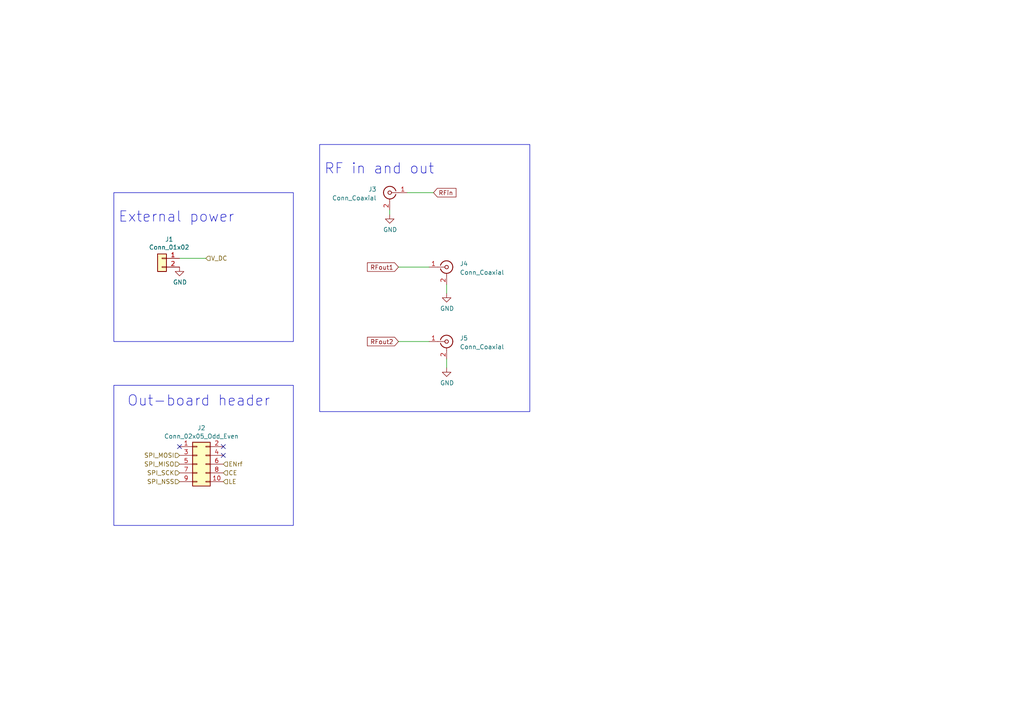
<source format=kicad_sch>
(kicad_sch (version 20230121) (generator eeschema)
  (paper "A4")
  (lib_symbols
    (symbol "Connector:Conn_Coaxial" (pin_names (offset 1.016) hide)
      (property "Reference" "J" (at 0.254 3.048 0))
      (property "Value" "Conn_Coaxial" (at 2.921 0 90))
      (symbol "Conn_Coaxial_0_1"
        (arc (start -1.778 -0.508) (mid 0.2311 -1.8066) (end 1.778 0) (stroke (width 0.254)))
        (polyline (pts (xy -2.54 0) (xy -0.508 0)))
        (polyline (pts (xy 0 -2.54) (xy 0 -1.778)))
        (circle (center 0 0) (radius 0.508) (stroke (width 0.2032)))
        (arc (start 1.778 0) (mid 0.2099 1.8101) (end -1.778 0.508) (stroke (width 0.254)))
      )
      (symbol "Conn_Coaxial_1_1"
        (pin passive line (at -5.08 0 0) (length 2.54) (name "In") (number "1"))
        (pin passive line (at 0 -5.08 90) (length 2.54) (name "Ext") (number "2"))
      )
    )
    (symbol "Connector_Generic:Conn_01x02" (pin_names (offset 1.016) hide)
      (property "Reference" "J" (at 0 2.54 0))
      (property "Value" "Conn_01x02" (at 0 -5.08 0))
      (symbol "Conn_01x02_1_1"
        (rectangle (start -1.27 -2.413) (end 0 -2.667) (stroke (width 0.1524)))
        (rectangle (start -1.27 0.127) (end 0 -0.127) (stroke (width 0.1524)))
        (rectangle (start -1.27 1.27) (end 1.27 -3.81) (stroke (width 0.254)) (fill (type background)))
        (pin passive line (at -5.08 0 0) (length 3.81) (name "Pin_1") (number "1"))
        (pin passive line (at -5.08 -2.54 0) (length 3.81) (name "Pin_2") (number "2"))
      )
    )
    (symbol "Connector_Generic:Conn_02x05_Odd_Even" (pin_names (offset 1.016) hide)
      (property "Reference" "J" (at 1.27 7.62 0))
      (property "Value" "Conn_02x05_Odd_Even" (at 1.27 -7.62 0))
      (symbol "Conn_02x05_Odd_Even_1_1"
        (rectangle (start -1.27 -4.953) (end 0 -5.207) (stroke (width 0.1524)))
        (rectangle (start -1.27 -2.413) (end 0 -2.667) (stroke (width 0.1524)))
        (rectangle (start -1.27 0.127) (end 0 -0.127) (stroke (width 0.1524)))
        (rectangle (start -1.27 2.667) (end 0 2.413) (stroke (width 0.1524)))
        (rectangle (start -1.27 5.207) (end 0 4.953) (stroke (width 0.1524)))
        (rectangle (start -1.27 6.35) (end 3.81 -6.35) (stroke (width 0.254)) (fill (type background)))
        (rectangle (start 3.81 -4.953) (end 2.54 -5.207) (stroke (width 0.1524)))
        (rectangle (start 3.81 -2.413) (end 2.54 -2.667) (stroke (width 0.1524)))
        (rectangle (start 3.81 0.127) (end 2.54 -0.127) (stroke (width 0.1524)))
        (rectangle (start 3.81 2.667) (end 2.54 2.413) (stroke (width 0.1524)))
        (rectangle (start 3.81 5.207) (end 2.54 4.953) (stroke (width 0.1524)))
        (pin passive line (at -5.08 5.08 0) (length 3.81) (name "Pin_1") (number "1"))
        (pin passive line (at 7.62 -5.08 180) (length 3.81) (name "Pin_10") (number "10"))
        (pin passive line (at 7.62 5.08 180) (length 3.81) (name "Pin_2") (number "2"))
        (pin passive line (at -5.08 2.54 0) (length 3.81) (name "Pin_3") (number "3"))
        (pin passive line (at 7.62 2.54 180) (length 3.81) (name "Pin_4") (number "4"))
        (pin passive line (at -5.08 0 0) (length 3.81) (name "Pin_5") (number "5"))
        (pin passive line (at 7.62 0 180) (length 3.81) (name "Pin_6") (number "6"))
        (pin passive line (at -5.08 -2.54 0) (length 3.81) (name "Pin_7") (number "7"))
        (pin passive line (at 7.62 -2.54 180) (length 3.81) (name "Pin_8") (number "8"))
        (pin passive line (at -5.08 -5.08 0) (length 3.81) (name "Pin_9") (number "9"))
      )
    )
    (symbol "power:GND" (power) (pin_names (offset 0))
      (property "Value" "GND" (at 0 -3.81 0))
      (symbol "GND_0_1"
        (polyline (pts (xy 0 0) (xy 0 -1.27) (xy 1.27 -1.27) (xy 0 -2.54) (xy -1.27 -1.27) (xy 0 -1.27)))
      )
      (symbol "GND_1_1"
        (pin power_in line (at 0 0 270) (length 0) hide (name "GND") (number "1"))
      )
    )
  )
  (no_connect (at 52.07 129.54))
  (no_connect (at 64.77 129.54))
  (no_connect (at 64.77 132.08))
  (wire (pts (xy 113.03 62.23) (xy 113.03 60.96)))
  (wire (pts (xy 115.57 99.06) (xy 124.46 99.06)))
  (wire (pts (xy 115.57 77.47) (xy 124.46 77.47)))
  (wire (pts (xy 118.11 55.88) (xy 125.73 55.88)))
  (wire (pts (xy 52.07 74.93) (xy 59.69 74.93)))
  (wire (pts (xy 129.54 85.09) (xy 129.54 82.55)))
  (wire (pts (xy 129.54 106.68) (xy 129.54 104.14)))
  (rectangle (start 33.02 55.88) (end 85.09 99.06))
  (rectangle (start 33.02 111.76) (end 85.09 152.4))
  (rectangle (start 92.71 41.91) (end 153.67 119.38))
  (text "RF in and out\n" (at 93.98 50.8 0) (effects (font (size 3 3)) (justify left bottom)))
  (text "External power" (at 34.29 64.77 0) (effects (font (size 3 3)) (justify left bottom)))
  (text "Out-board header" (at 36.83 118.11 0) (effects (font (size 3 3)) (justify left bottom)))
  (global_label "RFin" (shape input) (at 125.73 55.88 0) (property "Intersheetrefs" "${INTERSHEET_REFS}" (effects hide)))
  (global_label "RFout2" (shape input) (at 115.57 99.06 180) (property "Intersheetrefs" "${INTERSHEET_REFS}" (effects hide)))
  (global_label "RFout1" (shape input) (at 115.57 77.47 180) (property "Intersheetrefs" "${INTERSHEET_REFS}" (effects hide)))
  (hierarchical_label "SPI_SCK" (shape input) (at 52.07 137.16 180))
  (hierarchical_label "SPI_NSS" (shape input) (at 52.07 139.7 180))
  (hierarchical_label "CE" (shape input) (at 64.77 137.16 0))
  (hierarchical_label "SPI_MOSI" (shape input) (at 52.07 132.08 180))
  (hierarchical_label "ENrf" (shape input) (at 64.77 134.62 0))
  (hierarchical_label "V_DC" (shape input) (at 59.69 74.93 0))
  (hierarchical_label "SPI_MISO" (shape input) (at 52.07 134.62 180))
  (hierarchical_label "LE" (shape input) (at 64.77 139.7 0))
  (symbol (lib_id "power:GND") (at 113.03 62.23 0) (unit 1)
    (property "Reference" "#PWR?" (effects hide))
    (property "Value" "GND" (at 113.157 66.6242 0))
    (instances (project "ADF5355_Board" (path "" (reference "#PWR?") (unit 1)) (path "" (reference "#PWR044") (unit 1))))
  )
  (symbol (lib_id "Connector:Conn_Coaxial") (at 129.54 99.06 0) (unit 1)
    (property "Reference" "J5" (at 133.35 98.0832 0) (effects (justify left)))
    (property "Value" "Conn_Coaxial" (at 133.35 100.6232 0) (effects (justify left)))
    (property "Footprint" "Connector_Coaxial:SMA_Molex_73251-1153_EdgeMount_Horizontal" (effects hide))
    (property "Datasheet" "https://www.molex.com/content/dam/molex/molex-dot-com/products/automated/en-us/salesdrawingpdf/732/73251/732511153_sd.pdf" (effects hide))
  )
  (symbol (lib_id "Connector_Generic:Conn_02x05_Odd_Even") (at 57.15 134.62 0) (unit 1)
    (property "Reference" "J2" (at 58.42 124.1257 0))
    (property "Value" "Conn_02x05_Odd_Even" (at 58.42 126.5499 0))
    (property "Footprint" "Connector_PinHeader_2.54mm:PinHeader_2x05_P2.54mm_Vertical" (effects hide))
  )
  (symbol (lib_id "Connector_Generic:Conn_01x02") (at 46.99 74.93 0) (mirror y) (unit 1)
    (property "Reference" "J1" (at 49.0728 69.4182 0))
    (property "Value" "Conn_01x02" (at 49.0728 71.7296 0))
    (property "Footprint" "Connector:Banana_Cliff_FCR7350x_S16N-PC_Horizontal" (effects hide))
  )
  (symbol (lib_id "power:GND") (at 129.54 106.68 0) (unit 1)
    (property "Reference" "#PWR?" (effects hide))
    (property "Value" "GND" (at 129.667 111.0742 0))
    (instances (project "ADF5355_Board" (path "" (reference "#PWR?") (unit 1)) (path "" (reference "#PWR046") (unit 1))))
  )
  (symbol (lib_id "Connector:Conn_Coaxial") (at 129.54 77.47 0) (unit 1)
    (property "Reference" "J4" (at 133.35 76.4932 0) (effects (justify left)))
    (property "Value" "Conn_Coaxial" (at 133.35 79.0332 0) (effects (justify left)))
    (property "Footprint" "Connector_Coaxial:SMA_Molex_73251-1153_EdgeMount_Horizontal" (effects hide))
    (property "Datasheet" "https://www.molex.com/content/dam/molex/molex-dot-com/products/automated/en-us/salesdrawingpdf/732/73251/732511153_sd.pdf" (effects hide))
  )
  (symbol (lib_id "power:GND") (at 52.07 77.47 0) (unit 1)
    (property "Reference" "#PWR?" (effects hide))
    (property "Value" "GND" (at 52.197 81.8642 0))
    (instances (project "ADF5355_Board" (path "" (reference "#PWR?") (unit 1)) (path "" (reference "#PWR021") (unit 1))))
  )
  (symbol (lib_id "Connector:Conn_Coaxial") (at 113.03 55.88 0) (mirror y) (unit 1)
    (property "Reference" "J3" (at 109.22 54.9032 0) (effects (justify left)))
    (property "Value" "Conn_Coaxial" (at 109.22 57.4432 0) (effects (justify left)))
    (property "Footprint" "Connector_Coaxial:SMA_Molex_73251-1153_EdgeMount_Horizontal" (effects hide))
    (property "Datasheet" "https://www.molex.com/content/dam/molex/molex-dot-com/products/automated/en-us/salesdrawingpdf/732/73251/732511153_sd.pdf" (effects hide))
  )
  (symbol (lib_id "power:GND") (at 129.54 85.09 0) (unit 1)
    (property "Reference" "#PWR?" (effects hide))
    (property "Value" "GND" (at 129.667 89.4842 0))
    (instances (project "ADF5355_Board" (path "" (reference "#PWR?") (unit 1)) (path "" (reference "#PWR045") (unit 1))))
  )
)
</source>
